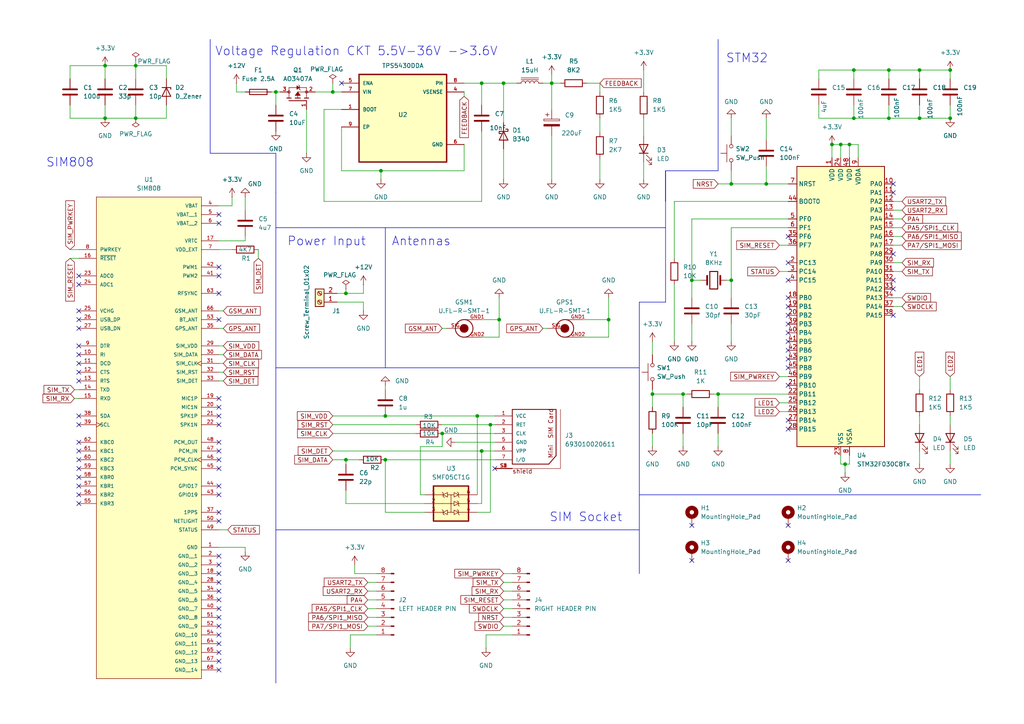
<source format=kicad_sch>
(kicad_sch (version 20250114) (generator "eeschema") (generator_version "9.0")
  (paper "A4")
  (title_block (title "STM32 GPS Tracker") (company "AMIT DESAI"))
  (lib_symbols
    (symbol "693010020611:693010020611" (pin_names (offset 1.016))
      (property "Reference" "J" (at 0 8.255 0))
      (property "Value" "693010020611" (at 0 -13.97 0))
      (symbol "693010020611_0_0"
        (text "shield" (at -7.62 -11.7 0) (effects (font (size 1.27 1.27)) (justify left bottom)))
        (text "Mini  SIM Card " (at 4.283 -7.212 900) (effects (font (size 1.27 1.27)) (justify left bottom)))
        (pin bidirectional line (at -12.7 5.08 0) (length 5.08) (name "VCC") (number "1"))
        (pin bidirectional line (at -12.7 2.54 0) (length 5.08) (name "RET") (number "2"))
        (pin bidirectional line (at -12.7 0 0) (length 5.08) (name "CLK") (number "3"))
        (pin bidirectional line (at -12.7 -2.54 0) (length 5.08) (name "GND") (number "5"))
        (pin bidirectional line (at -12.7 -5.08 0) (length 5.08) (name "VPP") (number "6"))
        (pin bidirectional line (at -12.7 -7.62 0) (length 5.08) (name "I/O") (number "7"))
        (pin bidirectional line (at -12.7 -10.16 0) (length 5.08) (name "~") (number "S1"))
        (pin bidirectional line (at -12.7 -10.16 0) (length 5.08) (name "~") (number "S2"))
        (pin bidirectional line (at -12.7 -10.16 0) (length 5.08) (name "~") (number "S3"))
        (pin bidirectional line (at -12.7 -10.16 0) (length 5.08) (name "~") (number "S4"))
      )
    )
    (symbol "AO3407A:AO3407A" (pin_names (offset 1.016))
      (property "Reference" "Q" (at -8.636 5.08 0))
      (property "Value" "AO3407A" (at -8.89 -6.35 0))
      (symbol "AO3407A_0_0"
        (pin passive line (at -2.54 2.54 0) (length 2.54) (name "~") (number "1"))
        (pin passive line (at 2.54 5.08 270) (length 2.54) (name "~") (number "2"))
        (pin passive line (at 2.54 -5.08 90) (length 2.54) (name "~") (number "3"))
      )
    )
    (symbol "Connector:Conn_01x08_Pin" (pin_names (offset 1.016) (hide yes))
      (property "Reference" "J" (at 0 10.16 0))
      (property "Value" "Conn_01x08_Pin" (at 0 -12.7 0))
      (symbol "Conn_01x08_Pin_1_1"
        (pin passive line (at 5.08 7.62 180) (length 3.81) (name "Pin_1") (number "1"))
        (pin passive line (at 5.08 5.08 180) (length 3.81) (name "Pin_2") (number "2"))
        (pin passive line (at 5.08 2.54 180) (length 3.81) (name "Pin_3") (number "3"))
        (pin passive line (at 5.08 0 180) (length 3.81) (name "Pin_4") (number "4"))
        (pin passive line (at 5.08 -2.54 180) (length 3.81) (name "Pin_5") (number "5"))
        (pin passive line (at 5.08 -5.08 180) (length 3.81) (name "Pin_6") (number "6"))
        (pin passive line (at 5.08 -7.62 180) (length 3.81) (name "Pin_7") (number "7"))
        (pin passive line (at 5.08 -10.16 180) (length 3.81) (name "Pin_8") (number "8"))
      )
    )
    (symbol "Connector:Screw_Terminal_01x02" (pin_names (offset 1.016) (hide yes))
      (property "Reference" "J" (at 0 2.54 0))
      (property "Value" "Screw_Terminal_01x02" (at 0 -5.08 0))
      (symbol "Screw_Terminal_01x02_1_1"
        (pin passive line (at -5.08 0 0) (length 3.81) (name "Pin_1") (number "1"))
        (pin passive line (at -5.08 -2.54 0) (length 3.81) (name "Pin_2") (number "2"))
      )
    )
    (symbol "Device:C" (pin_numbers (hide yes)) (pin_names (offset 0.254))
      (property "Reference" "C" (at 0.635 2.54 0))
      (property "Value" "C" (at 0.635 -2.54 0))
      (symbol "C_1_1"
        (pin passive line (at 0 3.81 270) (length 2.794) (name "~") (number "1"))
        (pin passive line (at 0 -3.81 90) (length 2.794) (name "~") (number "2"))
      )
    )
    (symbol "Device:C_Polarized" (pin_numbers (hide yes)) (pin_names (offset 0.254))
      (property "Reference" "C" (at 0.635 2.54 0))
      (property "Value" "C_Polarized" (at 0.635 -2.54 0))
      (symbol "C_Polarized_1_1"
        (pin passive line (at 0 3.81 270) (length 2.794) (name "~") (number "1"))
        (pin passive line (at 0 -3.81 90) (length 2.794) (name "~") (number "2"))
      )
    )
    (symbol "Device:Crystal" (pin_numbers (hide yes)) (pin_names (offset 1.016) (hide yes))
      (property "Reference" "Y" (at 0 3.81 0))
      (property "Value" "Crystal" (at 0 -3.81 0))
      (symbol "Crystal_1_1"
        (pin passive line (at -3.81 0 0) (length 1.27) (name "1") (number "1"))
        (pin passive line (at 3.81 0 180) (length 1.27) (name "2") (number "2"))
      )
    )
    (symbol "Device:D_Zener" (pin_numbers (hide yes)) (pin_names (offset 1.016) (hide yes))
      (property "Reference" "D" (at 0 2.54 0))
      (property "Value" "D_Zener" (at 0 -2.54 0))
      (symbol "D_Zener_1_1"
        (pin passive line (at -3.81 0 0) (length 2.54) (name "K") (number "1"))
        (pin passive line (at 3.81 0 180) (length 2.54) (name "A") (number "2"))
      )
    )
    (symbol "Device:Fuse" (pin_numbers (hide yes)) (pin_names (offset 0))
      (property "Reference" "F" (at 2.032 0 90))
      (property "Value" "Fuse" (at -1.905 0 90))
      (symbol "Fuse_1_1"
        (pin passive line (at 0 3.81 270) (length 1.27) (name "~") (number "1"))
        (pin passive line (at 0 -3.81 90) (length 1.27) (name "~") (number "2"))
      )
    )
    (symbol "Device:LED" (pin_numbers (hide yes)) (pin_names (offset 1.016) (hide yes))
      (property "Reference" "D" (at 0 2.54 0))
      (property "Value" "LED" (at 0 -2.54 0))
      (symbol "LED_1_1"
        (pin passive line (at -3.81 0 0) (length 2.54) (name "K") (number "1"))
        (pin passive line (at 3.81 0 180) (length 2.54) (name "A") (number "2"))
      )
    )
    (symbol "Device:L_Iron" (pin_numbers (hide yes)) (pin_names (offset 1.016) (hide yes))
      (property "Reference" "L" (at -1.27 0 90))
      (property "Value" "L_Iron" (at 2.794 0 90))
      (symbol "L_Iron_1_1"
        (pin passive line (at 0 3.81 270) (length 1.27) (name "1") (number "1"))
        (pin passive line (at 0 -3.81 90) (length 1.27) (name "2") (number "2"))
      )
    )
    (symbol "Device:R" (pin_numbers (hide yes)) (pin_names (offset 0))
      (property "Reference" "R" (at 2.032 0 90))
      (property "Value" "R" (at 0 0 90))
      (symbol "R_1_1"
        (pin passive line (at 0 3.81 270) (length 1.27) (name "~") (number "1"))
        (pin passive line (at 0 -3.81 90) (length 1.27) (name "~") (number "2"))
      )
    )
    (symbol "Diode:B340" (pin_numbers (hide yes)) (pin_names (offset 1.016) (hide yes))
      (property "Reference" "D" (at 0 2.54 0))
      (property "Value" "B340" (at 0 -2.54 0))
      (symbol "B340_1_1"
        (pin passive line (at -3.81 0 0) (length 2.54) (name "K") (number "1"))
        (pin passive line (at 3.81 0 180) (length 2.54) (name "A") (number "2"))
      )
    )
    (symbol "MCU_ST_STM32F0:STM32F030C8Tx"
      (property "Reference" "U" (at -12.7 41.91 0))
      (property "Value" "STM32F030C8Tx" (at 7.62 41.91 0))
      (symbol "STM32F030C8Tx_1_1"
        (pin input line (at -15.24 35.56 0) (length 2.54) (name "NRST") (number "7"))
        (pin input line (at -15.24 30.48 0) (length 2.54) (name "BOOT0") (number "44"))
        (pin bidirectional line (at -15.24 25.4 0) (length 2.54) (name "PF0") (number "5"))
        (pin bidirectional line (at -15.24 22.86 0) (length 2.54) (name "PF1") (number "6"))
        (pin bidirectional line (at -15.24 20.32 0) (length 2.54) (name "PF6") (number "35"))
        (pin bidirectional line (at -15.24 17.78 0) (length 2.54) (name "PF7") (number "36"))
        (pin bidirectional line (at -15.24 12.7 0) (length 2.54) (name "PC13") (number "2"))
        (pin bidirectional line (at -15.24 10.16 0) (length 2.54) (name "PC14") (number "3"))
        (pin bidirectional line (at -15.24 7.62 0) (length 2.54) (name "PC15") (number "4"))
        (pin bidirectional line (at -15.24 2.54 0) (length 2.54) (name "PB0") (number "18"))
        (pin bidirectional line (at -15.24 0 0) (length 2.54) (name "PB1") (number "19"))
        (pin bidirectional line (at -15.24 -2.54 0) (length 2.54) (name "PB2") (number "20"))
        (pin bidirectional line (at -15.24 -5.08 0) (length 2.54) (name "PB3") (number "39"))
        (pin bidirectional line (at -15.24 -7.62 0) (length 2.54) (name "PB4") (number "40"))
        (pin bidirectional line (at -15.24 -10.16 0) (length 2.54) (name "PB5") (number "41"))
        (pin bidirectional line (at -15.24 -12.7 0) (length 2.54) (name "PB6") (number "42"))
        (pin bidirectional line (at -15.24 -15.24 0) (length 2.54) (name "PB7") (number "43"))
        (pin bidirectional line (at -15.24 -17.78 0) (length 2.54) (name "PB8") (number "45"))
        (pin bidirectional line (at -15.24 -20.32 0) (length 2.54) (name "PB9") (number "46"))
        (pin bidirectional line (at -15.24 -22.86 0) (length 2.54) (name "PB10") (number "21"))
        (pin bidirectional line (at -15.24 -25.4 0) (length 2.54) (name "PB11") (number "22"))
        (pin bidirectional line (at -15.24 -27.94 0) (length 2.54) (name "PB12") (number "25"))
        (pin bidirectional line (at -15.24 -30.48 0) (length 2.54) (name "PB13") (number "26"))
        (pin bidirectional line (at -15.24 -33.02 0) (length 2.54) (name "PB14") (number "27"))
        (pin bidirectional line (at -15.24 -35.56 0) (length 2.54) (name "PB15") (number "28"))
        (pin power_in line (at -2.54 43.18 270) (length 2.54) (name "VDD") (number "1"))
        (pin power_in line (at 0 43.18 270) (length 2.54) (name "VDD") (number "24"))
        (pin power_in line (at 0 -43.18 90) (length 2.54) (name "VSS") (number "23"))
        (pin passive line (at 0 -43.18 90) (length 2.54) (hide yes) (name "VSS") (number "47"))
        (pin power_in line (at 2.54 43.18 270) (length 2.54) (name "VDD") (number "48"))
        (pin power_in line (at 2.54 -43.18 90) (length 2.54) (name "VSSA") (number "8"))
        (pin power_in line (at 5.08 43.18 270) (length 2.54) (name "VDDA") (number "9"))
        (pin bidirectional line (at 15.24 35.56 180) (length 2.54) (name "PA0") (number "10"))
        (pin bidirectional line (at 15.24 33.02 180) (length 2.54) (name "PA1") (number "11"))
        (pin bidirectional line (at 15.24 30.48 180) (length 2.54) (name "PA2") (number "12"))
        (pin bidirectional line (at 15.24 27.94 180) (length 2.54) (name "PA3") (number "13"))
        (pin bidirectional line (at 15.24 25.4 180) (length 2.54) (name "PA4") (number "14"))
        (pin bidirectional line (at 15.24 22.86 180) (length 2.54) (name "PA5") (number "15"))
        (pin bidirectional line (at 15.24 20.32 180) (length 2.54) (name "PA6") (number "16"))
        (pin bidirectional line (at 15.24 17.78 180) (length 2.54) (name "PA7") (number "17"))
        (pin bidirectional line (at 15.24 15.24 180) (length 2.54) (name "PA8") (number "29"))
        (pin bidirectional line (at 15.24 12.7 180) (length 2.54) (name "PA9") (number "30"))
        (pin bidirectional line (at 15.24 10.16 180) (length 2.54) (name "PA10") (number "31"))
        (pin bidirectional line (at 15.24 7.62 180) (length 2.54) (name "PA11") (number "32"))
        (pin bidirectional line (at 15.24 5.08 180) (length 2.54) (name "PA12") (number "33"))
        (pin bidirectional line (at 15.24 2.54 180) (length 2.54) (name "PA13") (number "34"))
        (pin bidirectional line (at 15.24 0 180) (length 2.54) (name "PA14") (number "37"))
        (pin bidirectional line (at 15.24 -2.54 180) (length 2.54) (name "PA15") (number "38"))
      )
    )
    (symbol "Mechanical:MountingHole_Pad" (pin_numbers (hide yes)) (pin_names (offset 1.016) (hide yes)) (in_bom no)
      (property "Reference" "H" (at 0 6.35 0))
      (property "Value" "MountingHole_Pad" (at 0 4.445 0))
      (symbol "MountingHole_Pad_1_1"
        (pin input line (at 0 -2.54 90) (length 2.54) (name "1") (number "1"))
      )
    )
    (symbol "SIM808:SIM808" (pin_names (offset 1.016))
      (property "Reference" "U" (at -15.24 49.022 0))
      (property "Value" "SIM808" (at -15.24 -93.98 0))
      (symbol "SIM808_0_0"
        (pin input line (at -20.32 33.02 0) (length 5.08) (name "PWRKEY") (number "8"))
        (pin input line (at -20.32 30.48 0) (length 5.08) (name "~{RESET}") (number "16"))
        (pin input line (at -20.32 25.4 0) (length 5.08) (name "ADC0") (number "23"))
        (pin input line (at -20.32 22.86 0) (length 5.08) (name "ADC1") (number "24"))
        (pin input line (at -20.32 15.24 0) (length 5.08) (name "VCHG") (number "25"))
        (pin bidirectional line (at -20.32 12.7 0) (length 5.08) (name "USB_DP") (number "26"))
        (pin bidirectional line (at -20.32 10.16 0) (length 5.08) (name "USB_DN") (number "27"))
        (pin input line (at -20.32 5.08 0) (length 5.08) (name "DTR") (number "9"))
        (pin output line (at -20.32 2.54 0) (length 5.08) (name "RI") (number "10"))
        (pin output line (at -20.32 0 0) (length 5.08) (name "DCD") (number "11"))
        (pin output line (at -20.32 -2.54 0) (length 5.08) (name "CTS") (number "12"))
        (pin input line (at -20.32 -5.08 0) (length 5.08) (name "RTS") (number "13"))
        (pin output line (at -20.32 -7.62 0) (length 5.08) (name "TXD") (number "14"))
        (pin input line (at -20.32 -10.16 0) (length 5.08) (name "RXD") (number "15"))
        (pin bidirectional line (at -20.32 -15.24 0) (length 5.08) (name "SDA") (number "38"))
        (pin input clock (at -20.32 -17.78 0) (length 5.08) (name "SCL") (number "39"))
        (pin input line (at -20.32 -22.86 0) (length 5.08) (name "KBC0") (number "62"))
        (pin input line (at -20.32 -25.4 0) (length 5.08) (name "KBC1") (number "61"))
        (pin input line (at -20.32 -27.94 0) (length 5.08) (name "KBC2") (number "60"))
        (pin input line (at -20.32 -30.48 0) (length 5.08) (name "KBC3") (number "59"))
        (pin output line (at -20.32 -33.02 0) (length 5.08) (name "KBR0") (number "58"))
        (pin output line (at -20.32 -35.56 0) (length 5.08) (name "KBR1") (number "57"))
        (pin output line (at -20.32 -38.1 0) (length 5.08) (name "KBR2") (number "56"))
        (pin output line (at -20.32 -40.64 0) (length 5.08) (name "KBR3") (number "55"))
        (pin power_in line (at 20.32 45.72 180) (length 5.08) (name "VBAT") (number "4"))
        (pin power_in line (at 20.32 43.18 180) (length 5.08) (name "VBAT__1") (number "5"))
        (pin power_in line (at 20.32 40.64 180) (length 5.08) (name "VBAT__2") (number "6"))
        (pin bidirectional line (at 20.32 35.56 180) (length 5.08) (name "VRTC") (number "17"))
        (pin output line (at 20.32 33.02 180) (length 5.08) (name "VDD_EXT") (number "7"))
        (pin output line (at 20.32 27.94 180) (length 5.08) (name "PWM1") (number "42"))
        (pin output line (at 20.32 25.4 180) (length 5.08) (name "PWM2") (number "41"))
        (pin output line (at 20.32 20.32 180) (length 5.08) (name "RFSYNC") (number "63"))
        (pin bidirectional line (at 20.32 15.24 180) (length 5.08) (name "GSM_ANT") (number "66"))
        (pin bidirectional line (at 20.32 12.7 180) (length 5.08) (name "BT_ANT") (number "53"))
        (pin input line (at 20.32 10.16 180) (length 5.08) (name "GPS_ANT") (number "35"))
        (pin output line (at 20.32 5.08 180) (length 5.08) (name "SIM_VDD") (number "29"))
        (pin bidirectional line (at 20.32 2.54 180) (length 5.08) (name "SIM_DATA") (number "30"))
        (pin output clock (at 20.32 0 180) (length 5.08) (name "SIM_CLK") (number "31"))
        (pin output line (at 20.32 -2.54 180) (length 5.08) (name "SIM_RST") (number "32"))
        (pin input line (at 20.32 -5.08 180) (length 5.08) (name "SIM_DET") (number "33"))
        (pin input line (at 20.32 -10.16 180) (length 5.08) (name "MIC1P") (number "19"))
        (pin input line (at 20.32 -12.7 180) (length 5.08) (name "MIC1N") (number "20"))
        (pin output line (at 20.32 -15.24 180) (length 5.08) (name "SPK1P") (number "21"))
        (pin output line (at 20.32 -17.78 180) (length 5.08) (name "SPK1N") (number "22"))
        (pin output line (at 20.32 -22.86 180) (length 5.08) (name "PCM_OUT") (number "48"))
        (pin input line (at 20.32 -25.4 180) (length 5.08) (name "PCM_IN") (number "47"))
        (pin input clock (at 20.32 -27.94 180) (length 5.08) (name "PCM_CLK") (number "46"))
        (pin output line (at 20.32 -30.48 180) (length 5.08) (name "PCM_SYNC") (number "45"))
        (pin bidirectional line (at 20.32 -35.56 180) (length 5.08) (name "GPIO17") (number "44"))
        (pin bidirectional line (at 20.32 -38.1 180) (length 5.08) (name "GPIO19") (number "43"))
        (pin output line (at 20.32 -43.18 180) (length 5.08) (name "1PPS") (number "37"))
        (pin output line (at 20.32 -45.72 180) (length 5.08) (name "NETLIGHT") (number "50"))
        (pin output line (at 20.32 -48.26 180) (length 5.08) (name "STATUS") (number "49"))
        (pin power_in line (at 20.32 -53.34 180) (length 5.08) (name "GND") (number "1"))
        (pin power_in line (at 20.32 -55.88 180) (length 5.08) (name "GND__1") (number "2"))
        (pin power_in line (at 20.32 -58.42 180) (length 5.08) (name "GND__2") (number "3"))
        (pin power_in line (at 20.32 -60.96 180) (length 5.08) (name "GND__3") (number "18"))
        (pin power_in line (at 20.32 -63.5 180) (length 5.08) (name "GND__4") (number "28"))
        (pin power_in line (at 20.32 -66.04 180) (length 5.08) (name "GND__5") (number "34"))
        (pin power_in line (at 20.32 -68.58 180) (length 5.08) (name "GND__6") (number "36"))
        (pin power_in line (at 20.32 -71.12 180) (length 5.08) (name "GND__7") (number "40"))
        (pin power_in line (at 20.32 -73.66 180) (length 5.08) (name "GND__8") (number "51"))
        (pin power_in line (at 20.32 -76.2 180) (length 5.08) (name "GND__9") (number "52"))
        (pin power_in line (at 20.32 -78.74 180) (length 5.08) (name "GND__10") (number "54"))
        (pin power_in line (at 20.32 -81.28 180) (length 5.08) (name "GND__11") (number "64"))
        (pin power_in line (at 20.32 -83.82 180) (length 5.08) (name "GND__12") (number "65"))
        (pin power_in line (at 20.32 -86.36 180) (length 5.08) (name "GND__13") (number "67"))
        (pin power_in line (at 20.32 -88.9 180) (length 5.08) (name "GND__14") (number "68"))
      )
    )
    (symbol "SMF05CT1G:SMF05CT1G" (pin_names (offset 1.016))
      (property "Reference" "U" (at -5.1114 6.0907 0))
      (property "Value" "SMF05CT1G" (at -5.1118 -9.0963 0))
      (symbol "SMF05CT1G_0_0"
        (pin passive line (at -7.62 2.54 0) (length 5.08) (name "~") (number "1"))
        (pin passive line (at -7.62 0 0) (length 5.08) (name "~") (number "2"))
        (pin passive line (at -7.62 -2.54 0) (length 5.08) (name "~") (number "3"))
        (pin passive line (at 7.62 2.54 180) (length 5.08) (name "~") (number "6"))
        (pin passive line (at 7.62 0 180) (length 5.08) (name "~") (number "5"))
        (pin passive line (at 7.62 -2.54 180) (length 5.08) (name "~") (number "4"))
      )
    )
    (symbol "Switch:SW_Push" (pin_numbers (hide yes)) (pin_names (offset 1.016) (hide yes))
      (property "Reference" "SW" (at 1.27 2.54 0))
      (property "Value" "SW_Push" (at 0 -1.524 0))
      (symbol "SW_Push_0_1"
        (pin passive line (at -5.08 0 0) (length 2.54) (name "1") (number "1"))
        (pin passive line (at 5.08 0 180) (length 2.54) (name "2") (number "2"))
      )
    )
    (symbol "TPS5430DDA:TPS5430DDA" (pin_names (offset 1.016))
      (property "Reference" "U" (at -12.7 13.7 0))
      (property "Value" "TPS5430DDA" (at -12.7 -16.7 0))
      (symbol "TPS5430DDA_0_0"
        (pin input line (at -17.78 10.16 0) (length 5.08) (name "ENA") (number "5"))
        (pin input line (at -17.78 7.62 0) (length 5.08) (name "VIN") (number "7"))
        (pin bidirectional line (at -17.78 2.54 0) (length 5.08) (name "BOOT") (number "1"))
        (pin bidirectional line (at -17.78 -2.54 0) (length 5.08) (name "EP") (number "9"))
        (pin output line (at 17.78 10.16 180) (length 5.08) (name "PH") (number "8"))
        (pin output line (at 17.78 7.62 180) (length 5.08) (name "VSENSE") (number "4"))
        (pin power_in line (at 17.78 -7.62 180) (length 5.08) (name "GND") (number "6"))
      )
    )
    (symbol "U.FL-R-SMT-1:U.FL-R-SMT-1" (pin_names (offset 1.016))
      (property "Reference" "ANT" (at -2.54 5.08 0))
      (property "Value" "U.FL-R-SMT-1" (at -2.54 -6.096 0))
      (symbol "U.FL-R-SMT-1_0_0"
        (pin bidirectional line (at -5.08 0 0) (length 5.08) (name "~") (number "SIG"))
        (pin bidirectional line (at 5.08 2.54 180) (length 2.54) (name "~") (number "GND1"))
        (pin bidirectional line (at 5.08 -2.54 180) (length 2.54) (name "~") (number "GND2"))
      )
    )
    (symbol "power:+12V" (power) (pin_numbers (hide yes)) (pin_names (offset 0) (hide yes))
      (property "Value" "+12V" (at 0 3.556 0))
      (symbol "+12V_1_1"
        (pin power_in line (at 0 0 90) (length 0) (name "~") (number "1"))
      )
    )
    (symbol "power:+3.3V" (power) (pin_numbers (hide yes)) (pin_names (offset 0) (hide yes))
      (property "Value" "+3.3V" (at 0 3.556 0))
      (symbol "+3.3V_1_1"
        (pin power_in line (at 0 0 90) (length 0) (name "~") (number "1"))
      )
    )
    (symbol "power:GND" (power) (pin_numbers (hide yes)) (pin_names (offset 0) (hide yes))
      (property "Value" "GND" (at 0 -3.81 0))
      (symbol "GND_1_1"
        (pin power_in line (at 0 0 270) (length 0) (name "~") (number "1"))
      )
    )
    (symbol "power:PWR_FLAG" (power) (pin_numbers (hide yes)) (pin_names (offset 0) (hide yes))
      (property "Value" "PWR_FLAG" (at 0 3.81 0))
      (symbol "PWR_FLAG_0_0"
        (pin power_out line (at 0 0 90) (length 0) (name "~") (number "1"))
      )
    )
  )
  (text "Antennas" (at 122.174 70.104 0) (effects (font (size 2.54 2.54))))
  (text "SIM Socket" (at 169.926 150.114 0) (effects (font (size 2.54 2.54))))
  (text "SIM808" (at 20.32 47.244 0) (effects (font (size 2.54 2.54))))
  (text "STM32" (at 216.662 17.018 0) (effects (font (size 2.54 2.54))))
  (text "Voltage Regulation CKT 5.5V-36V ->3.6V" (at 103.378 14.986 0) (effects (font (size 2.54 2.54))))
  (text "Power Input" (at 94.742 70.104 0) (effects (font (size 2.54 2.54))))
  (junction (at 212.09 81.28))
  (junction (at 80.01 26.67))
  (junction (at 100.33 133.35))
  (junction (at 160.02 24.13))
  (junction (at 111.76 120.65))
  (junction (at 266.7 20.32))
  (junction (at 39.37 34.29))
  (junction (at 30.48 34.29))
  (junction (at 241.3 41.91))
  (junction (at 96.52 26.67))
  (junction (at 247.65 34.29))
  (junction (at 30.48 19.05))
  (junction (at 200.66 81.28))
  (junction (at 146.05 24.13))
  (junction (at 245.11 134.62))
  (junction (at 212.09 53.34))
  (junction (at 189.23 114.3))
  (junction (at 176.53 92.71))
  (junction (at 275.59 34.29))
  (junction (at 243.84 41.91))
  (junction (at 198.12 114.3))
  (junction (at 142.24 123.19))
  (junction (at 144.78 92.71))
  (junction (at 111.76 133.35))
  (junction (at 257.81 34.29))
  (junction (at 128.27 125.73))
  (junction (at 246.38 41.91))
  (junction (at 139.7 130.81))
  (junction (at 222.25 53.34))
  (junction (at 39.37 19.05))
  (junction (at 100.33 85.09))
  (junction (at 275.59 20.32))
  (junction (at 110.49 49.53))
  (junction (at 139.7 24.13))
  (junction (at 266.7 34.29))
  (junction (at 208.28 114.3))
  (junction (at 257.81 20.32))
  (junction (at 247.65 20.32))
  (junction (at 138.43 120.65))
  (no_connect (at 63.5 184.15))
  (no_connect (at 22.86 128.27))
  (no_connect (at 259.08 55.88))
  (no_connect (at 22.86 130.81))
  (no_connect (at 228.6 93.98))
  (no_connect (at 63.5 168.91))
  (no_connect (at 63.5 166.37))
  (no_connect (at 63.5 130.81))
  (no_connect (at 228.6 162.56))
  (no_connect (at 143.51 135.89))
  (no_connect (at 228.6 81.28))
  (no_connect (at 22.86 143.51))
  (no_connect (at 63.5 151.13))
  (no_connect (at 22.86 110.49))
  (no_connect (at 228.6 111.76))
  (no_connect (at 63.5 181.61))
  (no_connect (at 228.6 124.46))
  (no_connect (at 259.08 53.34))
  (no_connect (at 22.86 140.97))
  (no_connect (at 228.6 68.58))
  (no_connect (at 63.5 179.07))
  (no_connect (at 63.5 171.45))
  (no_connect (at 22.86 133.35))
  (no_connect (at 22.86 120.65))
  (no_connect (at 63.5 77.47))
  (no_connect (at 63.5 123.19))
  (no_connect (at 228.6 152.4))
  (no_connect (at 63.5 191.77))
  (no_connect (at 63.5 120.65))
  (no_connect (at 63.5 173.99))
  (no_connect (at 63.5 64.77))
  (no_connect (at 228.6 91.44))
  (no_connect (at 22.86 146.05))
  (no_connect (at 200.66 152.4))
  (no_connect (at 22.86 102.87))
  (no_connect (at 63.5 140.97))
  (no_connect (at 22.86 138.43))
  (no_connect (at 22.86 95.25))
  (no_connect (at 228.6 86.36))
  (no_connect (at 63.5 176.53))
  (no_connect (at 200.66 162.56))
  (no_connect (at 259.08 83.82))
  (no_connect (at 228.6 121.92))
  (no_connect (at 22.86 100.33))
  (no_connect (at 228.6 104.14))
  (no_connect (at 22.86 80.01))
  (no_connect (at 22.86 135.89))
  (no_connect (at 63.5 115.57))
  (no_connect (at 259.08 81.28))
  (no_connect (at 63.5 163.83))
  (no_connect (at 63.5 186.69))
  (no_connect (at 99.06 24.13))
  (no_connect (at 22.86 92.71))
  (no_connect (at 228.6 101.6))
  (no_connect (at 63.5 135.89))
  (no_connect (at 228.6 96.52))
  (no_connect (at 63.5 133.35))
  (no_connect (at 63.5 161.29))
  (no_connect (at 63.5 62.23))
  (no_connect (at 63.5 118.11))
  (no_connect (at 259.08 91.44))
  (no_connect (at 22.86 82.55))
  (no_connect (at 228.6 88.9))
  (no_connect (at 22.86 105.41))
  (no_connect (at 63.5 80.01))
  (no_connect (at 63.5 194.31))
  (no_connect (at 228.6 99.06))
  (no_connect (at 22.86 107.95))
  (no_connect (at 63.5 189.23))
  (no_connect (at 63.5 143.51))
  (no_connect (at 63.5 85.09))
  (no_connect (at 259.08 73.66))
  (no_connect (at 63.5 148.59))
  (no_connect (at 63.5 128.27))
  (no_connect (at 22.86 123.19))
  (no_connect (at 228.6 76.2))
  (no_connect (at 228.6 106.68))
  (no_connect (at 63.5 92.71))
  (no_connect (at 22.86 90.17))
  (wire (pts (xy 186.69 34.29) (xy 186.69 39.37)))
  (wire (pts (xy 186.69 46.99) (xy 186.69 52.07)))
  (wire (pts (xy 259.08 76.2) (xy 261.62 76.2)))
  (polyline (pts (xy 111.76 66.04) (xy 111.76 106.68)))
  (wire (pts (xy 21.59 115.57) (xy 22.86 115.57)))
  (wire (pts (xy 146.05 181.61) (xy 148.59 181.61)))
  (wire (pts (xy 257.81 30.48) (xy 257.81 34.29)))
  (wire (pts (xy 160.02 24.13) (xy 162.56 24.13)))
  (wire (pts (xy 128.27 123.19) (xy 142.24 123.19)))
  (polyline (pts (xy 185.42 143.51) (xy 185.42 166.37)))
  (wire (pts (xy 226.06 119.38) (xy 228.6 119.38)))
  (wire (pts (xy 237.49 20.32) (xy 247.65 20.32)))
  (wire (pts (xy 257.81 20.32) (xy 257.81 22.86)))
  (polyline (pts (xy 80.01 106.68) (xy 185.42 106.68)))
  (wire (pts (xy 63.5 72.39) (xy 67.31 72.39)))
  (wire (pts (xy 200.66 81.28) (xy 200.66 63.5)))
  (wire (pts (xy 139.7 58.42) (xy 139.7 38.1)))
  (wire (pts (xy 226.06 78.74) (xy 228.6 78.74)))
  (wire (pts (xy 71.12 158.75) (xy 71.12 160.02)))
  (wire (pts (xy 121.92 129.54) (xy 128.27 129.54)))
  (wire (pts (xy 99.06 49.53) (xy 110.49 49.53)))
  (wire (pts (xy 100.33 83.82) (xy 100.33 85.09)))
  (wire (pts (xy 266.7 34.29) (xy 275.59 34.29)))
  (wire (pts (xy 275.59 30.48) (xy 275.59 34.29)))
  (wire (pts (xy 243.84 41.91) (xy 246.38 41.91)))
  (wire (pts (xy 78.74 26.67) (xy 80.01 26.67)))
  (wire (pts (xy 200.66 63.5) (xy 228.6 63.5)))
  (wire (pts (xy 68.58 26.67) (xy 71.12 26.67)))
  (polyline (pts (xy 193.04 87.63) (xy 193.04 49.53)))
  (wire (pts (xy 266.7 109.22) (xy 266.7 113.03)))
  (wire (pts (xy 176.53 97.79) (xy 176.53 92.71)))
  (wire (pts (xy 173.99 24.13) (xy 173.99 26.67)))
  (polyline (pts (xy 193.04 49.53) (xy 208.28 49.53)))
  (wire (pts (xy 259.08 68.58) (xy 261.62 68.58)))
  (wire (pts (xy 212.09 34.29) (xy 212.09 39.37)))
  (wire (pts (xy 102.87 166.37) (xy 109.22 166.37)))
  (polyline (pts (xy 185.42 87.63) (xy 185.42 143.51)))
  (wire (pts (xy 63.5 105.41) (xy 64.77 105.41)))
  (wire (pts (xy 106.68 176.53) (xy 109.22 176.53)))
  (wire (pts (xy 71.12 68.58) (xy 71.12 69.85)))
  (wire (pts (xy 200.66 86.36) (xy 200.66 81.28)))
  (wire (pts (xy 189.23 99.06) (xy 189.23 102.87)))
  (wire (pts (xy 222.25 53.34) (xy 228.6 53.34)))
  (wire (pts (xy 110.49 49.53) (xy 110.49 52.07)))
  (wire (pts (xy 105.41 87.63) (xy 105.41 90.17)))
  (wire (pts (xy 88.9 31.75) (xy 88.9 44.45)))
  (wire (pts (xy 222.25 34.29) (xy 222.25 40.64)))
  (polyline (pts (xy 80.01 153.67) (xy 80.01 106.68)))
  (polyline (pts (xy 284.48 143.51) (xy 185.42 143.51)))
  (wire (pts (xy 189.23 114.3) (xy 198.12 114.3)))
  (wire (pts (xy 30.48 19.05) (xy 30.48 22.86)))
  (wire (pts (xy 21.59 113.03) (xy 22.86 113.03)))
  (wire (pts (xy 139.7 130.81) (xy 143.51 130.81)))
  (wire (pts (xy 160.02 24.13) (xy 160.02 31.75)))
  (wire (pts (xy 96.52 125.73) (xy 120.65 125.73)))
  (wire (pts (xy 146.05 176.53) (xy 148.59 176.53)))
  (wire (pts (xy 198.12 125.73) (xy 198.12 129.54)))
  (wire (pts (xy 20.32 22.86) (xy 20.32 19.05)))
  (wire (pts (xy 20.32 19.05) (xy 30.48 19.05)))
  (polyline (pts (xy 80.01 153.67) (xy 185.42 153.67)))
  (wire (pts (xy 257.81 34.29) (xy 266.7 34.29)))
  (wire (pts (xy 134.62 24.13) (xy 139.7 24.13)))
  (wire (pts (xy 173.99 45.997) (xy 173.99 52.07)))
  (wire (pts (xy 106.68 173.99) (xy 109.22 173.99)))
  (wire (pts (xy 139.7 146.05) (xy 139.7 130.81)))
  (wire (pts (xy 226.06 71.12) (xy 228.6 71.12)))
  (wire (pts (xy 146.05 168.91) (xy 148.59 168.91)))
  (wire (pts (xy 212.09 81.28) (xy 212.09 86.36)))
  (wire (pts (xy 243.84 134.62) (xy 245.11 134.62)))
  (polyline (pts (xy 80.01 44.45) (xy 60.96 44.45)))
  (wire (pts (xy 39.37 34.29) (xy 48.26 34.29)))
  (wire (pts (xy 248.92 41.91) (xy 248.92 45.72)))
  (wire (pts (xy 139.7 24.13) (xy 146.05 24.13)))
  (wire (pts (xy 247.65 20.32) (xy 257.81 20.32)))
  (wire (pts (xy 121.92 143.51) (xy 121.92 129.54)))
  (wire (pts (xy 228.6 66.04) (xy 212.09 66.04)))
  (wire (pts (xy 20.32 30.48) (xy 20.32 34.29)))
  (wire (pts (xy 134.62 49.53) (xy 134.62 41.91)))
  (wire (pts (xy 142.24 148.59) (xy 142.24 123.19)))
  (wire (pts (xy 138.43 148.59) (xy 142.24 148.59)))
  (wire (pts (xy 208.28 53.34) (xy 212.09 53.34)))
  (wire (pts (xy 110.49 49.53) (xy 134.62 49.53)))
  (wire (pts (xy 68.58 24.13) (xy 68.58 26.67)))
  (polyline (pts (xy 185.42 87.63) (xy 193.04 87.63)))
  (wire (pts (xy 100.33 133.35) (xy 104.14 133.35)))
  (wire (pts (xy 157.48 95.25) (xy 158.75 95.25)))
  (wire (pts (xy 63.5 107.95) (xy 64.77 107.95)))
  (wire (pts (xy 111.76 148.59) (xy 111.76 133.35)))
  (wire (pts (xy 63.5 95.25) (xy 64.77 95.25)))
  (wire (pts (xy 106.68 181.61) (xy 109.22 181.61)))
  (wire (pts (xy 210.82 81.28) (xy 212.09 81.28)))
  (wire (pts (xy 195.58 82.55) (xy 195.58 99.06)))
  (polyline (pts (xy 80.01 66.04) (xy 193.04 66.04)))
  (wire (pts (xy 139.7 30.48) (xy 139.7 24.13)))
  (wire (pts (xy 138.43 120.65) (xy 138.43 143.51)))
  (wire (pts (xy 146.05 24.13) (xy 146.05 35.56)))
  (wire (pts (xy 96.52 24.13) (xy 96.52 26.67)))
  (wire (pts (xy 266.7 20.32) (xy 275.59 20.32)))
  (wire (pts (xy 198.12 114.3) (xy 199.39 114.3)))
  (wire (pts (xy 63.5 102.87) (xy 64.77 102.87)))
  (wire (pts (xy 266.7 120.65) (xy 266.7 123.19)))
  (wire (pts (xy 80.01 26.67) (xy 80.01 30.48)))
  (wire (pts (xy 100.33 146.05) (xy 123.19 146.05)))
  (wire (pts (xy 139.7 92.71) (xy 144.78 92.71)))
  (wire (pts (xy 189.23 113.03) (xy 189.23 114.3)))
  (wire (pts (xy 275.59 20.32) (xy 275.59 22.86)))
  (wire (pts (xy 186.69 20.32) (xy 186.69 26.67)))
  (wire (pts (xy 259.08 86.36) (xy 261.62 86.36)))
  (wire (pts (xy 189.23 125.73) (xy 189.23 129.54)))
  (polyline (pts (xy 193.04 49.53) (xy 193.04 58.42)))
  (wire (pts (xy 246.38 134.62) (xy 246.38 132.08)))
  (wire (pts (xy 100.33 133.35) (xy 100.33 134.62)))
  (wire (pts (xy 208.28 125.73) (xy 208.28 129.54)))
  (wire (pts (xy 176.53 92.71) (xy 176.53 86.36)))
  (wire (pts (xy 168.91 97.79) (xy 176.53 97.79)))
  (wire (pts (xy 128.27 125.73) (xy 143.51 125.73)))
  (wire (pts (xy 146.05 24.13) (xy 149.86 24.13)))
  (wire (pts (xy 259.08 63.5) (xy 261.62 63.5)))
  (wire (pts (xy 212.09 53.34) (xy 222.25 53.34)))
  (polyline (pts (xy 208.28 49.53) (xy 208.28 11.43)))
  (wire (pts (xy 160.02 21.59) (xy 160.02 24.13)))
  (wire (pts (xy 48.26 19.05) (xy 48.26 22.86)))
  (wire (pts (xy 275.59 120.65) (xy 275.59 123.19)))
  (wire (pts (xy 246.38 41.91) (xy 248.92 41.91)))
  (wire (pts (xy 148.59 184.15) (xy 140.97 184.15)))
  (wire (pts (xy 168.91 92.71) (xy 176.53 92.71)))
  (wire (pts (xy 208.28 114.3) (xy 228.6 114.3)))
  (wire (pts (xy 259.08 78.74) (xy 261.62 78.74)))
  (wire (pts (xy 241.3 41.91) (xy 241.3 45.72)))
  (wire (pts (xy 111.76 113.03) (xy 111.76 111.76)))
  (wire (pts (xy 228.6 58.42) (xy 195.58 58.42)))
  (wire (pts (xy 237.49 34.29) (xy 247.65 34.29)))
  (wire (pts (xy 63.5 90.17) (xy 64.77 90.17)))
  (wire (pts (xy 241.3 41.91) (xy 243.84 41.91)))
  (wire (pts (xy 144.78 92.71) (xy 144.78 86.36)))
  (wire (pts (xy 101.6 184.15) (xy 101.6 187.96)))
  (wire (pts (xy 207.01 114.3) (xy 208.28 114.3)))
  (wire (pts (xy 39.37 19.05) (xy 39.37 22.86)))
  (wire (pts (xy 226.06 116.84) (xy 228.6 116.84)))
  (wire (pts (xy 106.68 168.91) (xy 109.22 168.91)))
  (wire (pts (xy 170.18 24.13) (xy 173.99 24.13)))
  (wire (pts (xy 39.37 19.05) (xy 48.26 19.05)))
  (wire (pts (xy 99.06 31.75) (xy 93.98 31.75)))
  (wire (pts (xy 246.38 41.91) (xy 246.38 45.72)))
  (wire (pts (xy 102.87 163.83) (xy 102.87 166.37)))
  (wire (pts (xy 266.7 30.48) (xy 266.7 34.29)))
  (wire (pts (xy 96.52 26.67) (xy 99.06 26.67)))
  (wire (pts (xy 247.65 20.32) (xy 247.65 22.86)))
  (wire (pts (xy 266.7 130.81) (xy 266.7 134.62)))
  (wire (pts (xy 30.48 19.05) (xy 39.37 19.05)))
  (wire (pts (xy 142.24 123.19) (xy 143.51 123.19)))
  (wire (pts (xy 39.37 30.48) (xy 39.37 34.29)))
  (wire (pts (xy 71.12 57.15) (xy 71.12 60.96)))
  (wire (pts (xy 146.05 43.18) (xy 146.05 52.07)))
  (wire (pts (xy 63.5 110.49) (xy 64.77 110.49)))
  (wire (pts (xy 243.84 132.08) (xy 243.84 134.62)))
  (wire (pts (xy 128.27 95.25) (xy 129.54 95.25)))
  (wire (pts (xy 212.09 49.53) (xy 212.09 53.34)))
  (wire (pts (xy 259.08 58.42) (xy 261.62 58.42)))
  (wire (pts (xy 146.05 179.07) (xy 148.59 179.07)))
  (wire (pts (xy 195.58 58.42) (xy 195.58 74.93)))
  (wire (pts (xy 200.66 93.98) (xy 200.66 99.06)))
  (wire (pts (xy 146.05 173.99) (xy 148.59 173.99)))
  (wire (pts (xy 128.27 129.54) (xy 128.27 125.73)))
  (wire (pts (xy 259.08 71.12) (xy 261.62 71.12)))
  (wire (pts (xy 132.08 128.27) (xy 143.51 128.27)))
  (wire (pts (xy 63.5 69.85) (xy 71.12 69.85)))
  (wire (pts (xy 106.68 171.45) (xy 109.22 171.45)))
  (wire (pts (xy 198.12 114.3) (xy 198.12 118.11)))
  (wire (pts (xy 157.48 24.13) (xy 160.02 24.13)))
  (wire (pts (xy 100.33 142.24) (xy 100.33 146.05)))
  (wire (pts (xy 138.43 120.65) (xy 143.51 120.65)))
  (wire (pts (xy 275.59 130.81) (xy 275.59 134.62)))
  (wire (pts (xy 109.22 184.15) (xy 101.6 184.15)))
  (wire (pts (xy 237.49 22.86) (xy 237.49 20.32)))
  (wire (pts (xy 200.66 81.28) (xy 203.2 81.28)))
  (wire (pts (xy 259.08 60.96) (xy 261.62 60.96)))
  (wire (pts (xy 222.25 48.26) (xy 222.25 53.34)))
  (wire (pts (xy 63.5 158.75) (xy 71.12 158.75)))
  (wire (pts (xy 105.41 85.09) (xy 105.41 82.55)))
  (wire (pts (xy 63.5 59.69) (xy 67.31 59.69)))
  (wire (pts (xy 212.09 93.98) (xy 212.09 99.06)))
  (wire (pts (xy 99.06 36.83) (xy 99.06 49.53)))
  (wire (pts (xy 48.26 34.29) (xy 48.26 30.48)))
  (wire (pts (xy 93.98 58.42) (xy 139.7 58.42)))
  (polyline (pts (xy 80.01 55.88) (xy 80.01 44.45)))
  (wire (pts (xy 134.62 26.67) (xy 134.62 27.94)))
  (wire (pts (xy 160.02 39.37) (xy 160.02 52.07)))
  (wire (pts (xy 97.79 85.09) (xy 100.33 85.09)))
  (wire (pts (xy 259.08 66.04) (xy 261.62 66.04)))
  (wire (pts (xy 275.59 109.22) (xy 275.59 113.03)))
  (wire (pts (xy 245.11 134.62) (xy 245.11 137.16)))
  (wire (pts (xy 247.65 34.29) (xy 257.81 34.29)))
  (wire (pts (xy 39.37 17.78) (xy 39.37 19.05)))
  (wire (pts (xy 140.97 184.15) (xy 140.97 187.96)))
  (wire (pts (xy 80.01 26.67) (xy 81.28 26.67)))
  (wire (pts (xy 111.76 148.59) (xy 123.19 148.59)))
  (wire (pts (xy 96.52 123.19) (xy 120.65 123.19)))
  (wire (pts (xy 100.33 85.09) (xy 105.41 85.09)))
  (wire (pts (xy 226.06 109.22) (xy 228.6 109.22)))
  (wire (pts (xy 63.5 153.67) (xy 66.04 153.67)))
  (wire (pts (xy 20.32 74.93) (xy 22.86 74.93)))
  (wire (pts (xy 146.05 166.37) (xy 148.59 166.37)))
  (wire (pts (xy 245.11 134.62) (xy 246.38 134.62)))
  (wire (pts (xy 30.48 34.29) (xy 39.37 34.29)))
  (wire (pts (xy 173.99 34.29) (xy 173.99 38.377)))
  (wire (pts (xy 146.05 171.45) (xy 148.59 171.45)))
  (wire (pts (xy 20.32 34.29) (xy 30.48 34.29)))
  (wire (pts (xy 266.7 20.32) (xy 266.7 22.86)))
  (wire (pts (xy 208.28 114.3) (xy 208.28 118.11)))
  (wire (pts (xy 123.19 143.51) (xy 121.92 143.51)))
  (wire (pts (xy 63.5 100.33) (xy 64.77 100.33)))
  (wire (pts (xy 212.09 66.04) (xy 212.09 81.28)))
  (wire (pts (xy 67.31 59.69) (xy 67.31 57.15)))
  (wire (pts (xy 111.76 133.35) (xy 143.51 133.35)))
  (wire (pts (xy 189.23 114.3) (xy 189.23 118.11)))
  (wire (pts (xy 96.52 133.35) (xy 100.33 133.35)))
  (wire (pts (xy 138.43 146.05) (xy 139.7 146.05)))
  (wire (pts (xy 111.76 120.65) (xy 138.43 120.65)))
  (wire (pts (xy 74.93 72.39) (xy 74.93 74.93)))
  (wire (pts (xy 106.68 179.07) (xy 109.22 179.07)))
  (polyline (pts (xy 80.01 55.88) (xy 80.01 106.68)))
  (polyline (pts (xy 80.01 153.67) (xy 80.01 198.12)))
  (wire (pts (xy 96.52 120.65) (xy 111.76 120.65)))
  (wire (pts (xy 97.79 87.63) (xy 105.41 87.63)))
  (wire (pts (xy 247.65 30.48) (xy 247.65 34.29)))
  (polyline (pts (xy 60.96 11.43) (xy 60.96 44.45)))
  (wire (pts (xy 257.81 20.32) (xy 266.7 20.32)))
  (wire (pts (xy 243.84 41.91) (xy 243.84 45.72)))
  (wire (pts (xy 144.78 97.79) (xy 144.78 92.71)))
  (wire (pts (xy 93.98 31.75) (xy 93.98 58.42)))
  (wire (pts (xy 237.49 30.48) (xy 237.49 34.29)))
  (wire (pts (xy 30.48 30.48) (xy 30.48 34.29)))
  (wire (pts (xy 91.44 26.67) (xy 96.52 26.67)))
  (wire (pts (xy 96.52 130.81) (xy 139.7 130.81)))
  (wire (pts (xy 20.32 72.39) (xy 22.86 72.39)))
  (wire (pts (xy 139.7 97.79) (xy 144.78 97.79)))
  (wire (pts (xy 259.08 88.9) (xy 261.62 88.9)))
  (global_label "LED2" (shape input) (at 226.06 119.38 180) (property "Intersheetrefs" "${INTERSHEET_REFS}" (effects (hide yes))))
  (global_label "SIM_TX" (shape input) (at 21.59 113.03 180) (property "Intersheetrefs" "${INTERSHEET_REFS}" (effects (hide yes))))
  (global_label "NRST" (shape input) (at 146.05 179.07 180) (property "Intersheetrefs" "${INTERSHEET_REFS}" (effects (hide yes))))
  (global_label "SIM_RESET" (shape input) (at 226.06 71.12 180) (property "Intersheetrefs" "${INTERSHEET_REFS}" (effects (hide yes))))
  (global_label "USART2_TX" (shape input) (at 106.68 168.91 180) (property "Intersheetrefs" "${INTERSHEET_REFS}" (effects (hide yes))))
  (global_label "SWDIO" (shape input) (at 146.05 181.61 180) (property "Intersheetrefs" "${INTERSHEET_REFS}" (effects (hide yes))))
  (global_label "FEEDBACK" (shape input) (at 173.99 24.13 0) (property "Intersheetrefs" "${INTERSHEET_REFS}" (effects (hide yes))))
  (global_label "SIM_VDD" (shape input) (at 64.77 100.33 0) (property "Intersheetrefs" "${INTERSHEET_REFS}" (effects (hide yes))))
  (global_label "SIM_RX" (shape input) (at 21.59 115.57 180) (property "Intersheetrefs" "${INTERSHEET_REFS}" (effects (hide yes))))
  (global_label "SWDCLK" (shape input) (at 261.62 88.9 0) (property "Intersheetrefs" "${INTERSHEET_REFS}" (effects (hide yes))))
  (global_label "USART2_RX" (shape input) (at 261.62 60.96 0) (property "Intersheetrefs" "${INTERSHEET_REFS}" (effects (hide yes))))
  (global_label "LED1" (shape input) (at 226.06 116.84 180) (property "Intersheetrefs" "${INTERSHEET_REFS}" (effects (hide yes))))
  (global_label "SIM_TX" (shape input) (at 146.05 168.91 180) (property "Intersheetrefs" "${INTERSHEET_REFS}" (effects (hide yes))))
  (global_label "SIM_RESET" (shape input) (at 146.05 173.99 180) (property "Intersheetrefs" "${INTERSHEET_REFS}" (effects (hide yes))))
  (global_label "SIM_RST" (shape input) (at 96.52 123.19 180) (property "Intersheetrefs" "${INTERSHEET_REFS}" (effects (hide yes))))
  (global_label "USART2_TX" (shape input) (at 261.62 58.42 0) (property "Intersheetrefs" "${INTERSHEET_REFS}" (effects (hide yes))))
  (global_label "SIM_CLK" (shape input) (at 96.52 125.73 180) (property "Intersheetrefs" "${INTERSHEET_REFS}" (effects (hide yes))))
  (global_label "GSM_ANT" (shape input) (at 64.77 90.17 0) (property "Intersheetrefs" "${INTERSHEET_REFS}" (effects (hide yes))))
  (global_label "PA4" (shape input) (at 106.68 173.99 180) (property "Intersheetrefs" "${INTERSHEET_REFS}" (effects (hide yes))))
  (global_label "SIM_CLK" (shape input) (at 64.77 105.41 0) (property "Intersheetrefs" "${INTERSHEET_REFS}" (effects (hide yes))))
  (global_label "FEEDBACK" (shape input) (at 134.62 27.94 270) (property "Intersheetrefs" "${INTERSHEET_REFS}" (effects (hide yes))))
  (global_label "GSM_ANT" (shape input) (at 128.27 95.25 180) (property "Intersheetrefs" "${INTERSHEET_REFS}" (effects (hide yes))))
  (global_label "PA5{slash}SPI1_CLK" (shape input) (at 106.68 176.53 180) (property "Intersheetrefs" "${INTERSHEET_REFS}" (effects (hide yes))))
  (global_label "LED1" (shape input) (at 266.7 109.22 90) (property "Intersheetrefs" "${INTERSHEET_REFS}" (effects (hide yes))))
  (global_label "PA6{slash}SPI1_MISO" (shape input) (at 261.62 68.58 0) (property "Intersheetrefs" "${INTERSHEET_REFS}" (effects (hide yes))))
  (global_label "STATUS" (shape input) (at 226.06 78.74 180) (property "Intersheetrefs" "${INTERSHEET_REFS}" (effects (hide yes))))
  (global_label "SWDIO" (shape input) (at 261.62 86.36 0) (property "Intersheetrefs" "${INTERSHEET_REFS}" (effects (hide yes))))
  (global_label "SIM_PWRKEY" (shape input) (at 226.06 109.22 180) (property "Intersheetrefs" "${INTERSHEET_REFS}" (effects (hide yes))))
  (global_label "PA7{slash}SPI1_MOSI" (shape input) (at 106.68 181.61 180) (property "Intersheetrefs" "${INTERSHEET_REFS}" (effects (hide yes))))
  (global_label "PA6{slash}SPI1_MISO" (shape input) (at 106.68 179.07 180) (property "Intersheetrefs" "${INTERSHEET_REFS}" (effects (hide yes))))
  (global_label "SIM_DET" (shape input) (at 64.77 110.49 0) (property "Intersheetrefs" "${INTERSHEET_REFS}" (effects (hide yes))))
  (global_label "SIM_DET" (shape input) (at 96.52 130.81 180) (property "Intersheetrefs" "${INTERSHEET_REFS}" (effects (hide yes))))
  (global_label "PA5{slash}SPI1_CLK" (shape input) (at 261.62 66.04 0) (property "Intersheetrefs" "${INTERSHEET_REFS}" (effects (hide yes))))
  (global_label "PA4" (shape input) (at 261.62 63.5 0) (property "Intersheetrefs" "${INTERSHEET_REFS}" (effects (hide yes))))
  (global_label "SIM_RESET" (shape input) (at 20.32 74.93 270) (property "Intersheetrefs" "${INTERSHEET_REFS}" (effects (hide yes))))
  (global_label "USART2_RX" (shape input) (at 106.68 171.45 180) (property "Intersheetrefs" "${INTERSHEET_REFS}" (effects (hide yes))))
  (global_label "GPS_ANT" (shape input) (at 157.48 95.25 180) (property "Intersheetrefs" "${INTERSHEET_REFS}" (effects (hide yes))))
  (global_label "SIM_DATA" (shape input) (at 96.52 133.35 180) (property "Intersheetrefs" "${INTERSHEET_REFS}" (effects (hide yes))))
  (global_label "SWDCLK" (shape input) (at 146.05 176.53 180) (property "Intersheetrefs" "${INTERSHEET_REFS}" (effects (hide yes))))
  (global_label "NRST" (shape input) (at 208.28 53.34 180) (property "Intersheetrefs" "${INTERSHEET_REFS}" (effects (hide yes))))
  (global_label "SIM_PWRKEY" (shape input) (at 20.32 72.39 90) (property "Intersheetrefs" "${INTERSHEET_REFS}" (effects (hide yes))))
  (global_label "GPS_ANT" (shape input) (at 64.77 95.25 0) (property "Intersheetrefs" "${INTERSHEET_REFS}" (effects (hide yes))))
  (global_label "SIM_RX" (shape input) (at 146.05 171.45 180) (property "Intersheetrefs" "${INTERSHEET_REFS}" (effects (hide yes))))
  (global_label "SIM_VDD" (shape input) (at 96.52 120.65 180) (property "Intersheetrefs" "${INTERSHEET_REFS}" (effects (hide yes))))
  (global_label "STATUS" (shape input) (at 66.04 153.67 0) (property "Intersheetrefs" "${INTERSHEET_REFS}" (effects (hide yes))))
  (global_label "SIM_DET" (shape input) (at 74.93 74.93 270) (property "Intersheetrefs" "${INTERSHEET_REFS}" (effects (hide yes))))
  (global_label "SIM_TX" (shape input) (at 261.62 78.74 0) (property "Intersheetrefs" "${INTERSHEET_REFS}" (effects (hide yes))))
  (global_label "SIM_RST" (shape input) (at 64.77 107.95 0) (property "Intersheetrefs" "${INTERSHEET_REFS}" (effects (hide yes))))
  (global_label "LED2" (shape input) (at 275.59 109.22 90) (property "Intersheetrefs" "${INTERSHEET_REFS}" (effects (hide yes))))
  (global_label "PA7{slash}SPI1_MOSI" (shape input) (at 261.62 71.12 0) (property "Intersheetrefs" "${INTERSHEET_REFS}" (effects (hide yes))))
  (global_label "SIM_PWRKEY" (shape input) (at 146.05 166.37 180) (property "Intersheetrefs" "${INTERSHEET_REFS}" (effects (hide yes))))
  (global_label "SIM_DATA" (shape input) (at 64.77 102.87 0) (property "Intersheetrefs" "${INTERSHEET_REFS}" (effects (hide yes))))
  (global_label "SIM_RX" (shape input) (at 261.62 76.2 0) (property "Intersheetrefs" "${INTERSHEET_REFS}" (effects (hide yes))))
  (symbol (lib_id "power:PWR_FLAG") (at 39.37 17.78 0) (unit 1)
    (property "Reference" "#FLG03" (effects (hide yes)))
    (property "Value" "PWR_FLAG" (at 44.704 17.78 0))
    (property "Description" "Special symbol for telling ERC where power comes from" (effects (hide yes)))
  )
  (symbol (lib_id "Device:C") (at 80.01 34.29 0) (unit 1)
    (property "Reference" "C4" (at 83.82 33.0199 0) (effects (justify left)))
    (property "Value" "10uF" (at 83.82 35.5599 0) (effects (justify left)))
    (property "Footprint" "Capacitor_SMD:C_0805_2012Metric" (effects (hide yes)))
    (property "Description" "Unpolarized capacitor" (effects (hide yes)))
  )
  (symbol (lib_id "Device:LED") (at 186.69 43.18 90) (unit 1)
    (property "Reference" "D3" (at 190.5 43.4974 90) (effects (justify right)))
    (property "Value" "LED" (at 190.5 46.0374 90) (effects (justify right)))
    (property "Footprint" "LED_SMD:LED_0603_1608Metric" (effects (hide yes)))
    (property "Description" "Light emitting diode" (effects (hide yes)))
    (property "Sim.Pins" "1=K 2=A" (effects (hide yes)))
  )
  (symbol (lib_id "power:GND") (at 195.58 99.06 0) (unit 1)
    (property "Reference" "#PWR034" (effects (hide yes)))
    (property "Value" "GND" (at 195.58 104.14 0))
    (property "Description" "Power symbol creates a global label with name \"GND\" , ground" (effects (hide yes)))
  )
  (symbol (lib_id "TPS5430DDA:TPS5430DDA") (at 116.84 34.29 0) (unit 1)
    (property "Reference" "U2" (at 116.84 33.274 0))
    (property "Value" "TPS5430DDA" (at 116.84 19.05 0))
    (property "Footprint" "TPS5430DDA:VREG_LM5017MR_NOPB" (effects (hide yes)))
  )
  (symbol (lib_id "power:+12V") (at 68.58 24.13 0) (unit 1)
    (property "Reference" "#PWR03" (effects (hide yes)))
    (property "Value" "+12V" (at 68.58 19.05 0))
    (property "Description" "Power symbol creates a global label with name \"+12V\"" (effects (hide yes)))
  )
  (symbol (lib_id "power:GND") (at 266.7 134.62 0) (unit 1)
    (property "Reference" "#PWR027" (effects (hide yes)))
    (property "Value" "GND" (at 266.7 139.7 0))
    (property "Description" "Power symbol creates a global label with name \"GND\" , ground" (effects (hide yes)))
  )
  (symbol (lib_id "Device:LED") (at 266.7 127 90) (unit 1)
    (property "Reference" "D4" (at 270.51 127.3174 90) (effects (justify right)))
    (property "Value" "LED" (at 270.51 129.8574 90) (effects (justify right)))
    (property "Footprint" "LED_SMD:LED_0603_1608Metric" (effects (hide yes)))
    (property "Description" "Light emitting diode" (effects (hide yes)))
    (property "Sim.Pins" "1=K 2=A" (effects (hide yes)))
  )
  (symbol (lib_id "Mechanical:MountingHole_Pad") (at 228.6 149.86 0) (unit 1) (in_bom no)
    (property "Reference" "H2" (at 231.14 147.3199 0) (effects (justify left)))
    (property "Value" "MountingHole_Pad" (at 231.14 149.8599 0) (effects (justify left)))
    (property "Footprint" "MountingHole:MountingHole_2.2mm_M2_Pad_Via" (effects (hide yes)))
    (property "Description" "Mounting Hole with connection" (effects (hide yes)))
  )
  (symbol (lib_id "power:+3.3V") (at 160.02 21.59 0) (unit 1)
    (property "Reference" "#PWR08" (effects (hide yes)))
    (property "Value" "+3.3V" (at 160.02 16.51 0))
    (property "Description" "Power symbol creates a global label with name \"+3.3V\"" (effects (hide yes)))
  )
  (symbol (lib_id "SMF05CT1G:SMF05CT1G") (at 130.81 146.05 0) (unit 1)
    (property "Reference" "U3" (at 130.81 135.89 0))
    (property "Value" "SMF05CT1G" (at 130.81 138.43 0))
    (property "Footprint" "SMF05CT1G:SOT65P210X110-6N" (effects (hide yes)))
    (property "Description" "SMF05C Series 7.2 V 100 W 5-Line Transient Voltage Suppressor Array - SC-88" (effects (hide yes)))
    (property "PACKAGE" "SOT-363 ON Semiconductor" (effects (hide yes)))
    (property "PRICE" "None" (effects (hide yes)))
    (property "STANDARD" "IPC7351B" (effects (hide yes)))
    (property "MP" "SMF05CT1G" (effects (hide yes)))
    (property "MANUFACTURER" "ON Semiconductor" (effects (hide yes)))
  )
  (symbol (lib_id "power:PWR_FLAG") (at 96.52 24.13 0) (unit 1)
    (property "Reference" "#FLG02" (effects (hide yes)))
    (property "Value" "PWR_FLAG" (at 94.742 20.066 0))
    (property "Description" "Special symbol for telling ERC where power comes from" (effects (hide yes)))
  )
  (symbol (lib_id "Device:C") (at 100.33 138.43 0) (unit 1)
    (property "Reference" "C6" (at 104.14 137.1599 0) (effects (justify left)))
    (property "Value" "22p" (at 104.14 139.6999 0) (effects (justify left)))
    (property "Footprint" "Capacitor_SMD:C_0402_1005Metric" (effects (hide yes)))
    (property "Description" "Unpolarized capacitor" (effects (hide yes)))
  )
  (symbol (lib_id "power:GND") (at 275.59 134.62 0) (unit 1)
    (property "Reference" "#PWR030" (effects (hide yes)))
    (property "Value" "GND" (at 275.59 139.7 0))
    (property "Description" "Power symbol creates a global label with name \"GND\" , ground" (effects (hide yes)))
  )
  (symbol (lib_id "power:GND") (at 200.66 99.06 0) (unit 1)
    (property "Reference" "#PWR036" (effects (hide yes)))
    (property "Value" "GND" (at 200.66 104.14 0))
    (property "Description" "Power symbol creates a global label with name \"GND\" , ground" (effects (hide yes)))
  )
  (symbol (lib_id "SIM808:SIM808") (at 43.18 105.41 0) (unit 1)
    (property "Reference" "U1" (at 43.18 52.07 0))
    (property "Value" "SIM808" (at 43.18 54.61 0))
    (property "Footprint" "SIM808:XCVR_SIM808" (effects (hide yes)))
    (property "PARTREV" "1.03" (effects (hide yes)))
    (property "STANDARD" "Manufacturer recommendations" (effects (hide yes)))
    (property "MAXIMUM_PACKAGE_HEIGHT" "2.8mm" (effects (hide yes)))
    (property "MANUFACTURER" "SIMCOM" (effects (hide yes)))
  )
  (symbol (lib_id "Device:R") (at 166.37 24.13 90) (unit 1)
    (property "Reference" "R5" (at 166.37 17.78 90))
    (property "Value" "8K2" (at 166.37 20.32 90))
    (property "Footprint" "Resistor_SMD:R_0805_2012Metric" (effects (hide yes)))
    (property "Description" "Resistor" (effects (hide yes)))
  )
  (symbol (lib_id "Device:C_Polarized") (at 160.02 35.56 0) (unit 1)
    (property "Reference" "C9" (at 163.83 33.4009 0) (effects (justify left)))
    (property "Value" "220uF" (at 162.814 38.608 0) (effects (justify left)))
    (property "Footprint" "Capacitor_Tantalum_SMD:CP_EIA-7343-15_Kemet-W" (effects (hide yes)))
    (property "Description" "Polarized capacitor" (effects (hide yes)))
  )
  (symbol (lib_id "power:GND") (at 222.25 34.29 180) (unit 1)
    (property "Reference" "#PWR037" (effects (hide yes)))
    (property "Value" "GND" (at 222.25 29.5215 0))
    (property "Description" "Power symbol creates a global label with name \"GND\" , ground" (effects (hide yes)))
  )
  (symbol (lib_id "Mechanical:MountingHole_Pad") (at 200.66 149.86 0) (unit 1) (in_bom no)
    (property "Reference" "H1" (at 203.2 147.3199 0) (effects (justify left)))
    (property "Value" "MountingHole_Pad" (at 203.2 149.8599 0) (effects (justify left)))
    (property "Footprint" "MountingHole:MountingHole_2.2mm_M2_Pad_Via" (effects (hide yes)))
    (property "Description" "Mounting Hole with connection" (effects (hide yes)))
  )
  (symbol (lib_id "Device:R") (at 107.95 133.35 90) (unit 1)
    (property "Reference" "R2" (at 108.712 135.636 90))
    (property "Value" "10K" (at 107.95 133.096 90))
    (property "Footprint" "Resistor_SMD:R_0402_1005Metric" (effects (hide yes)))
    (property "Description" "Resistor" (effects (hide yes)))
  )
  (symbol (lib_id "Device:R") (at 173.99 30.48 0) (unit 1)
    (property "Reference" "R6" (at 176.53 29.2099 0) (effects (justify left)))
    (property "Value" "1K5" (at 176.53 31.7499 0) (effects (justify left)))
    (property "Footprint" "Resistor_SMD:R_0805_2012Metric" (effects (hide yes)))
    (property "Description" "Resistor" (effects (hide yes)))
  )
  (symbol (lib_id "Device:R") (at 266.7 116.84 0) (unit 1)
    (property "Reference" "R12" (at 269.24 115.5699 0) (effects (justify left)))
    (property "Value" "1K5" (at 269.24 118.1099 0) (effects (justify left)))
    (property "Footprint" "Resistor_SMD:R_0805_2012Metric" (effects (hide yes)))
    (property "Description" "Resistor" (effects (hide yes)))
  )
  (symbol (lib_id "power:GND") (at 111.76 111.76 180) (unit 1)
    (property "Reference" "#PWR038" (effects (hide yes)))
    (property "Value" "GND" (at 114.575 110.4899 0) (effects (justify right)))
    (property "Description" "Power symbol creates a global label with name \"GND\" , ground" (effects (hide yes)))
  )
  (symbol (lib_id "power:GND") (at 146.05 52.07 0) (unit 1)
    (property "Reference" "#PWR07" (effects (hide yes)))
    (property "Value" "GND" (at 146.05 57.15 0))
    (property "Description" "Power symbol creates a global label with name \"GND\" , ground" (effects (hide yes)))
  )
  (symbol (lib_id "Device:C") (at 247.65 26.67 0) (unit 1)
    (property "Reference" "C16" (at 251.46 25.3999 0) (effects (justify left)))
    (property "Value" "100nF" (at 249.682 34.544 90) (effects (justify left)))
    (property "Footprint" "Capacitor_SMD:C_0402_1005Metric" (effects (hide yes)))
    (property "Description" "Unpolarized capacitor" (effects (hide yes)))
  )
  (symbol (lib_id "power:GND") (at 198.12 129.54 0) (unit 1)
    (property "Reference" "#PWR023" (effects (hide yes)))
    (property "Value" "GND" (at 198.12 134.62 0))
    (property "Description" "Power symbol creates a global label with name \"GND\" , ground" (effects (hide yes)))
  )
  (symbol (lib_id "Device:R") (at 203.2 114.3 90) (unit 1)
    (property "Reference" "R11" (at 203.2 107.95 90))
    (property "Value" "1K" (at 203.2 110.49 90))
    (property "Footprint" "Resistor_SMD:R_0603_1608Metric" (effects (hide yes)))
    (property "Description" "Resistor" (effects (hide yes)))
  )
  (symbol (lib_id "Device:C") (at 20.32 26.67 0) (unit 1)
    (property "Reference" "C1" (at 24.13 25.3999 0) (effects (justify left)))
    (property "Value" "100u" (at 24.13 27.9399 0) (effects (justify left)))
    (property "Footprint" "Capacitor_SMD:C_1206_3216Metric" (effects (hide yes)))
    (property "Description" "Unpolarized capacitor" (effects (hide yes)))
  )
  (symbol (lib_id "power:GND") (at 71.12 57.15 180) (unit 1)
    (property "Reference" "#PWR024" (effects (hide yes)))
    (property "Value" "GND" (at 71.882 53.34 0) (effects (justify right)))
    (property "Description" "Power symbol creates a global label with name \"GND\" , ground" (effects (hide yes)))
  )
  (symbol (lib_id "Device:C") (at 237.49 26.67 0) (unit 1)
    (property "Reference" "C15" (at 241.3 25.3999 0) (effects (justify left)))
    (property "Value" "4uF" (at 239.014 32.766 90) (effects (justify left)))
    (property "Footprint" "Capacitor_SMD:C_0201_0603Metric" (effects (hide yes)))
    (property "Description" "Unpolarized capacitor" (effects (hide yes)))
  )
  (symbol (lib_id "U.FL-R-SMT-1:U.FL-R-SMT-1") (at 134.62 95.25 0) (unit 1)
    (property "Reference" "GSM1" (at 134.62 87.63 0))
    (property "Value" "U.FL-R-SMT-1" (at 134.62 90.17 0))
    (property "Footprint" "U.FL-R-SMT-1:U.FL-R-SMT-1" (effects (hide yes)))
  )
  (symbol (lib_id "Device:R") (at 124.46 125.73 90) (unit 1)
    (property "Reference" "R4" (at 124.714 128.27 90))
    (property "Value" "10K" (at 124.46 125.73 90))
    (property "Footprint" "Resistor_SMD:R_0402_1005Metric" (effects (hide yes)))
    (property "Description" "Resistor" (effects (hide yes)))
  )
  (symbol (lib_id "power:+3.3V") (at 186.69 20.32 0) (unit 1)
    (property "Reference" "#PWR012" (effects (hide yes)))
    (property "Value" "+3.3V" (at 186.69 15.24 0))
    (property "Description" "Power symbol creates a global label with name \"+3.3V\"" (effects (hide yes)))
  )
  (symbol (lib_id "Device:C") (at 200.66 90.17 0) (unit 1)
    (property "Reference" "C10" (at 204.47 88.8999 0) (effects (justify left)))
    (property "Value" "30pf" (at 204.47 91.4399 0) (effects (justify left)))
    (property "Footprint" "Capacitor_SMD:C_0402_1005Metric" (effects (hide yes)))
    (property "Description" "Unpolarized capacitor" (effects (hide yes)))
  )
  (symbol (lib_id "MCU_ST_STM32F0:STM32F030C8Tx") (at 243.84 88.9 0) (unit 1)
    (property "Reference" "U4" (at 248.5233 132.08 0) (effects (justify left)))
    (property "Value" "STM32F030C8Tx" (at 248.5233 134.62 0) (effects (justify left)))
    (property "Footprint" "Package_QFP:LQFP-48_7x7mm_P0.5mm" (effects (hide yes)))
    (property "Datasheet" "https://www.st.com/resource/en/datasheet/stm32f030c8.pdf" (effects (hide yes)))
    (property "Description" "STMicroelectronics Arm Cortex-M0 MCU, 64KB flash, 8KB RAM, 48 MHz, 2.4-3.6V, 39 GPIO, LQFP48" (effects (hide yes)))
  )
  (symbol (lib_id "Device:C") (at 139.7 34.29 0) (unit 1)
    (property "Reference" "C7" (at 143.51 33.0199 0) (effects (justify left)))
    (property "Value" "10nF" (at 141.986 37.084 0) (effects (justify left)))
    (property "Footprint" "Capacitor_SMD:C_0201_0603Metric" (effects (hide yes)))
    (property "Description" "Unpolarized capacitor" (effects (hide yes)))
  )
  (symbol (lib_id "Device:C") (at 71.12 64.77 0) (unit 1)
    (property "Reference" "C5" (at 74.93 63.4999 0) (effects (justify left)))
    (property "Value" "4u7" (at 74.93 66.0399 0) (effects (justify left)))
    (property "Footprint" "Capacitor_SMD:C_0201_0603Metric" (effects (hide yes)))
    (property "Description" "Unpolarized capacitor" (effects (hide yes)))
  )
  (symbol (lib_id "Device:L_Iron") (at 153.67 24.13 90) (unit 1)
    (property "Reference" "L1" (at 153.67 17.78 90))
    (property "Value" "15uH" (at 153.67 20.32 90))
    (property "Footprint" "Inductor_SMD:L_10.4x10.4_H4.8" (effects (hide yes)))
    (property "Description" "Inductor with iron core" (effects (hide yes)))
  )
  (symbol (lib_id "power:GND") (at 186.69 52.07 0) (unit 1)
    (property "Reference" "#PWR011" (effects (hide yes)))
    (property "Value" "GND" (at 186.69 57.15 0))
    (property "Description" "Power symbol creates a global label with name \"GND\" , ground" (effects (hide yes)))
  )
  (symbol (lib_id "power:+3.3V") (at 67.31 57.15 0) (unit 1)
    (property "Reference" "#PWR053" (effects (hide yes)))
    (property "Value" "+3.3V" (at 67.31 52.07 0))
    (property "Description" "Power symbol creates a global label with name \"+3.3V\"" (effects (hide yes)))
  )
  (symbol (lib_id "power:GND") (at 88.9 44.45 0) (unit 1)
    (property "Reference" "#PWR05" (effects (hide yes)))
    (property "Value" "GND" (at 88.9 49.53 0))
    (property "Description" "Power symbol creates a global label with name \"GND\" , ground" (effects (hide yes)))
  )
  (symbol (lib_id "power:GND") (at 140.97 187.96 0) (unit 1)
    (property "Reference" "#PWR043" (effects (hide yes)))
    (property "Value" "GND" (at 140.97 193.04 0))
    (property "Description" "Power symbol creates a global label with name \"GND\" , ground" (effects (hide yes)))
  )
  (symbol (lib_id "Device:C") (at 198.12 121.92 0) (unit 1)
    (property "Reference" "C11" (at 201.93 120.6499 0) (effects (justify left)))
    (property "Value" "10pF" (at 201.93 123.1899 0) (effects (justify left)))
    (property "Footprint" "Capacitor_SMD:C_0402_1005Metric" (effects (hide yes)))
    (property "Description" "Unpolarized capacitor" (effects (hide yes)))
  )
  (symbol (lib_id "Switch:SW_Push") (at 212.09 44.45 90) (unit 1)
    (property "Reference" "SW2" (at 213.36 43.1799 90) (effects (justify right)))
    (property "Value" "SW_Push" (at 213.36 45.7199 90) (effects (justify right)))
    (property "Footprint" "Button_Switch_SMD:SW_Push_1P1T_NO_CK_KSC6xxJ" (effects (hide yes)))
    (property "Description" "Push button switch, generic, two pins" (effects (hide yes)))
  )
  (symbol (lib_id "power:GND") (at 275.59 34.29 0) (unit 1)
    (property "Reference" "#PWR033" (effects (hide yes)))
    (property "Value" "GND" (at 275.59 39.37 0))
    (property "Description" "Power symbol creates a global label with name \"GND\" , ground" (effects (hide yes)))
  )
  (symbol (lib_id "power:GND") (at 105.41 90.17 0) (unit 1)
    (property "Reference" "#PWR02" (effects (hide yes)))
    (property "Value" "GND" (at 105.41 95.25 0))
    (property "Description" "Power symbol creates a global label with name \"GND\" , ground" (effects (hide yes)))
  )
  (symbol (lib_id "power:GND") (at 212.09 99.06 0) (unit 1)
    (property "Reference" "#PWR039" (effects (hide yes)))
    (property "Value" "GND" (at 212.09 104.14 0))
    (property "Description" "Power symbol creates a global label with name \"GND\" , ground" (effects (hide yes)))
  )
  (symbol (lib_id "power:GND") (at 245.11 137.16 0) (unit 1)
    (property "Reference" "#PWR016" (effects (hide yes)))
    (property "Value" "GND" (at 245.11 142.24 0))
    (property "Description" "Power symbol creates a global label with name \"GND\" , ground" (effects (hide yes)))
  )
  (symbol (lib_id "power:+3.3V") (at 189.23 99.06 0) (unit 1)
    (property "Reference" "#PWR050" (effects (hide yes)))
    (property "Value" "+3.3V" (at 189.23 93.98 0))
    (property "Description" "Power symbol creates a global label with name \"+3.3V\"" (effects (hide yes)))
  )
  (symbol (lib_id "power:GND") (at 189.23 129.54 0) (unit 1)
    (property "Reference" "#PWR040" (effects (hide yes)))
    (property "Value" "GND" (at 189.23 134.62 0))
    (property "Description" "Power symbol creates a global label with name \"GND\" , ground" (effects (hide yes)))
  )
  (symbol (lib_id "Device:C") (at 208.28 121.92 0) (unit 1)
    (property "Reference" "C12" (at 212.09 120.6499 0) (effects (justify left)))
    (property "Value" "100nF" (at 212.09 123.1899 0) (effects (justify left)))
    (property "Footprint" "Capacitor_SMD:C_0402_1005Metric" (effects (hide yes)))
    (property "Description" "Unpolarized capacitor" (effects (hide yes)))
  )
  (symbol (lib_id "Device:R") (at 186.69 30.48 0) (unit 1)
    (property "Reference" "R8" (at 189.23 29.2099 0) (effects (justify left)))
    (property "Value" "1K5" (at 189.23 31.7499 0) (effects (justify left)))
    (property "Footprint" "Resistor_SMD:R_0805_2012Metric" (effects (hide yes)))
    (property "Description" "Resistor" (effects (hide yes)))
  )
  (symbol (lib_id "Mechanical:MountingHole_Pad") (at 228.6 160.02 0) (unit 1) (in_bom no)
    (property "Reference" "H4" (at 231.14 157.4799 0) (effects (justify left)))
    (property "Value" "MountingHole_Pad" (at 231.14 160.0199 0) (effects (justify left)))
    (property "Footprint" "MountingHole:MountingHole_2.2mm_M2_Pad_Via" (effects (hide yes)))
    (property "Description" "Mounting Hole with connection" (effects (hide yes)))
  )
  (symbol (lib_id "power:GND") (at 144.78 86.36 180) (unit 1)
    (property "Reference" "#PWR014" (effects (hide yes)))
    (property "Value" "GND" (at 144.78 81.28 0))
    (property "Description" "Power symbol creates a global label with name \"GND\" , ground" (effects (hide yes)))
  )
  (symbol (lib_id "power:GND") (at 71.12 160.02 0) (unit 1)
    (property "Reference" "#PWR045" (effects (hide yes)))
    (property "Value" "GND" (at 71.12 165.1 0))
    (property "Description" "Power symbol creates a global label with name \"GND\" , ground" (effects (hide yes)))
  )
  (symbol (lib_id "power:+3.3V") (at 102.87 163.83 0) (unit 1)
    (property "Reference" "#PWR015" (effects (hide yes)))
    (property "Value" "+3.3V" (at 102.87 158.75 0))
    (property "Description" "Power symbol creates a global label with name \"+3.3V\"" (effects (hide yes)))
  )
  (symbol (lib_id "Device:R") (at 275.59 116.84 0) (unit 1)
    (property "Reference" "R13" (at 278.13 115.5699 0) (effects (justify left)))
    (property "Value" "1K5" (at 278.13 118.1099 0) (effects (justify left)))
    (property "Footprint" "Resistor_SMD:R_0805_2012Metric" (effects (hide yes)))
    (property "Description" "Resistor" (effects (hide yes)))
  )
  (symbol (lib_id "power:GND") (at 176.53 86.36 180) (unit 1)
    (property "Reference" "#PWR013" (effects (hide yes)))
    (property "Value" "GND" (at 176.53 81.28 0))
    (property "Description" "Power symbol creates a global label with name \"GND\" , ground" (effects (hide yes)))
  )
  (symbol (lib_id "Device:R") (at 195.58 78.74 0) (unit 1)
    (property "Reference" "R10" (at 198.12 77.4699 0) (effects (justify left)))
    (property "Value" "10K" (at 198.12 80.0099 0) (effects (justify left)))
    (property "Footprint" "Resistor_SMD:R_0402_1005Metric" (effects (hide yes)))
    (property "Description" "Resistor" (effects (hide yes)))
  )
  (symbol (lib_id "power:+12V") (at 105.41 82.55 0) (unit 1)
    (property "Reference" "#PWR01" (effects (hide yes)))
    (property "Value" "+12V" (at 105.41 77.47 0))
    (property "Description" "Power symbol creates a global label with name \"+12V\"" (effects (hide yes)))
  )
  (symbol (lib_id "power:GND") (at 101.6 187.96 0) (unit 1)
    (property "Reference" "#PWR046" (effects (hide yes)))
    (property "Value" "GND" (at 101.6 193.04 0))
    (property "Description" "Power symbol creates a global label with name \"GND\" , ground" (effects (hide yes)))
  )
  (symbol (lib_id "power:+3.3V") (at 275.59 20.32 0) (unit 1)
    (property "Reference" "#PWR049" (effects (hide yes)))
    (property "Value" "+3.3V" (at 275.59 15.24 0))
    (property "Description" "Power symbol creates a global label with name \"+3.3V\"" (effects (hide yes)))
  )
  (symbol (lib_id "Device:C") (at 212.09 90.17 0) (unit 1)
    (property "Reference" "C13" (at 215.9 88.8999 0) (effects (justify left)))
    (property "Value" "30pF" (at 215.9 91.4399 0) (effects (justify left)))
    (property "Footprint" "Capacitor_SMD:C_0402_1005Metric" (effects (hide yes)))
    (property "Description" "Unpolarized capacitor" (effects (hide yes)))
  )
  (symbol (lib_id "Device:R") (at 189.23 121.92 0) (unit 1)
    (property "Reference" "R9" (at 191.77 120.6499 0) (effects (justify left)))
    (property "Value" "100K" (at 191.77 123.1899 0) (effects (justify left)))
    (property "Footprint" "Resistor_SMD:R_0201_0603Metric" (effects (hide yes)))
    (property "Description" "Resistor" (effects (hide yes)))
  )
  (symbol (lib_id "power:+3.3V") (at 241.3 41.91 0) (unit 1)
    (property "Reference" "#PWR051" (effects (hide yes)))
    (property "Value" "+3.3V" (at 241.3 36.83 0))
    (property "Description" "Power symbol creates a global label with name \"+3.3V\"" (effects (hide yes)))
  )
  (symbol (lib_id "693010020611:693010020611") (at 156.21 125.73 0) (unit 1)
    (property "Reference" "J3" (at 163.83 126.303 0) (effects (justify left)))
    (property "Value" "693010020611" (at 163.83 128.843 0) (effects (justify left)))
    (property "Footprint" "693010020611:693010020611" (effects (hide yes)))
  )
  (symbol (lib_id "Device:D_Zener") (at 48.26 26.67 270) (unit 1)
    (property "Reference" "D2" (at 50.8 25.3999 90) (effects (justify left)))
    (property "Value" "D_Zener" (at 50.8 27.9399 90) (effects (justify left)))
    (property "Footprint" "Diode_SMD:D_0805_2012Metric" (effects (hide yes)))
    (property "Description" "Zener diode" (effects (hide yes)))
  )
  (symbol (lib_id "power:+3.3V") (at 30.48 19.05 0) (unit 1)
    (property "Reference" "#PWR052" (effects (hide yes)))
    (property "Value" "+3.3V" (at 30.48 13.97 0))
    (property "Description" "Power symbol creates a global label with name \"+3.3V\"" (effects (hide yes)))
  )
  (symbol (lib_id "Device:C") (at 266.7 26.67 0) (unit 1)
    (property "Reference" "C18" (at 270.51 25.3999 0) (effects (justify left)))
    (property "Value" "100nF" (at 269.748 34.544 90) (effects (justify left)))
    (property "Footprint" "Capacitor_SMD:C_0402_1005Metric" (effects (hide yes)))
    (property "Description" "Unpolarized capacitor" (effects (hide yes)))
  )
  (symbol (lib_id "power:GND") (at 212.09 34.29 180) (unit 1)
    (property "Reference" "#PWR035" (effects (hide yes)))
    (property "Value" "GND" (at 212.09 29.5215 0))
    (property "Description" "Power symbol creates a global label with name \"GND\" , ground" (effects (hide yes)))
  )
  (symbol (lib_id "Device:C") (at 30.48 26.67 0) (unit 1)
    (property "Reference" "C2" (at 34.29 25.3999 0) (effects (justify left)))
    (property "Value" "33p" (at 34.29 27.9399 0) (effects (justify left)))
    (property "Footprint" "Capacitor_SMD:C_0402_1005Metric" (effects (hide yes)))
    (property "Description" "Unpolarized capacitor" (effects (hide yes)))
  )
  (symbol (lib_id "Device:C") (at 111.76 116.84 0) (unit 1)
    (property "Reference" "C8" (at 115.57 115.5699 0) (effects (justify left)))
    (property "Value" "1u" (at 115.57 118.1099 0) (effects (justify left)))
    (property "Footprint" "Capacitor_SMD:C_0402_1005Metric" (effects (hide yes)))
    (property "Description" "Unpolarized capacitor" (effects (hide yes)))
  )
  (symbol (lib_id "AO3407A:AO3407A") (at 86.36 29.21 270) (mirror x) (unit 1)
    (property "Reference" "Q1" (at 86.36 20.32 90))
    (property "Value" "AO3407A" (at 86.36 22.86 90))
    (property "Footprint" "AO3407A:SOT95P280X125-3N" (effects (hide yes)))
    (property "PARTREV" "5" (effects (hide yes)))
    (property "STANDARD" "IPC-7351B" (effects (hide yes)))
    (property "MANUFACTURER" "Alpha and Omega Semiconductor" (effects (hide yes)))
  )
  (symbol (lib_id "Mechanical:MountingHole_Pad") (at 200.66 160.02 0) (unit 1) (in_bom no)
    (property "Reference" "H3" (at 203.2 157.4799 0) (effects (justify left)))
    (property "Value" "MountingHole_Pad" (at 203.2 160.0199 0) (effects (justify left)))
    (property "Footprint" "MountingHole:MountingHole_2.2mm_M2_Pad_Via" (effects (hide yes)))
    (property "Description" "Mounting Hole with connection" (effects (hide yes)))
  )
  (symbol (lib_id "Device:C") (at 275.59 26.67 0) (unit 1)
    (property "Reference" "C19" (at 279.4 25.3999 0) (effects (justify left)))
    (property "Value" "100nF" (at 278.384 33.782 90) (effects (justify left)))
    (property "Footprint" "Capacitor_SMD:C_0402_1005Metric" (effects (hide yes)))
    (property "Description" "Unpolarized capacitor" (effects (hide yes)))
  )
  (symbol (lib_id "Connector:Conn_01x08_Pin") (at 114.3 176.53 180) (unit 1)
    (property "Reference" "J2" (at 115.57 173.9899 0) (effects (justify right)))
    (property "Value" "LEFT HEADER PIN" (at 115.57 176.5299 0) (effects (justify right)))
    (property "Footprint" "Connector_PinHeader_2.54mm:PinHeader_1x08_P2.54mm_Vertical" (effects (hide yes)))
    (property "Description" "Generic connector, single row, 01x08, script generated" (effects (hide yes)))
  )
  (symbol (lib_id "power:GND") (at 208.28 129.54 0) (unit 1)
    (property "Reference" "#PWR025" (effects (hide yes)))
    (property "Value" "GND" (at 208.28 134.62 0))
    (property "Description" "Power symbol creates a global label with name \"GND\" , ground" (effects (hide yes)))
  )
  (symbol (lib_id "power:GND") (at 110.49 52.07 0) (unit 1)
    (property "Reference" "#PWR06" (effects (hide yes)))
    (property "Value" "GND" (at 110.49 57.15 0))
    (property "Description" "Power symbol creates a global label with name \"GND\" , ground" (effects (hide yes)))
  )
  (symbol (lib_id "Switch:SW_Push") (at 189.23 107.95 90) (unit 1)
    (property "Reference" "SW1" (at 190.5 106.6799 90) (effects (justify right)))
    (property "Value" "SW_Push" (at 190.5 109.2199 90) (effects (justify right)))
    (property "Footprint" "Button_Switch_SMD:SW_Push_1P1T_NO_CK_KSC6xxJ" (effects (hide yes)))
    (property "Description" "Push button switch, generic, two pins" (effects (hide yes)))
  )
  (symbol (lib_id "Diode:B340") (at 146.05 39.37 270) (unit 1)
    (property "Reference" "D1" (at 148.59 37.7824 90) (effects (justify left)))
    (property "Value" "B340" (at 148.59 40.3224 90) (effects (justify left)))
    (property "Footprint" "Diode_SMD:D_SMC" (effects (hide yes)))
    (property "Datasheet" "http://www.jameco.com/Jameco/Products/ProdDS/1538777.pdf" (effects (hide yes)))
    (property "Description" "40V 3A Schottky Barrier Rectifier Diode, SMC" (effects (hide yes)))
  )
  (symbol (lib_id "power:GND") (at 160.02 52.07 0) (unit 1)
    (property "Reference" "#PWR09" (effects (hide yes)))
    (property "Value" "GND" (at 160.02 57.15 0))
    (property "Description" "Power symbol creates a global label with name \"GND\" , ground" (effects (hide yes)))
  )
  (symbol (lib_id "Device:LED") (at 275.59 127 90) (unit 1)
    (property "Reference" "D5" (at 279.4 127.3174 90) (effects (justify right)))
    (property "Value" "LED" (at 279.4 129.8574 90) (effects (justify right)))
    (property "Footprint" "LED_SMD:LED_0603_1608Metric" (effects (hide yes)))
    (property "Description" "Light emitting diode" (effects (hide yes)))
    (property "Sim.Pins" "1=K 2=A" (effects (hide yes)))
  )
  (symbol (lib_id "Device:Fuse") (at 74.93 26.67 90) (unit 1)
    (property "Reference" "F1" (at 74.93 20.32 90))
    (property "Value" "Fuse 2.5A" (at 74.93 22.86 90))
    (property "Footprint" "Fuse:Fuse_0402_1005Metric" (effects (hide yes)))
    (property "Description" "Fuse" (effects (hide yes)))
  )
  (symbol (lib_id "Device:C") (at 222.25 44.45 0) (unit 1)
    (property "Reference" "C14" (at 226.06 43.1799 0) (effects (justify left)))
    (property "Value" "100nF" (at 226.06 45.7199 0) (effects (justify left)))
    (property "Footprint" "Capacitor_SMD:C_0402_1005Metric" (effects (hide yes)))
    (property "Description" "Unpolarized capacitor" (effects (hide yes)))
  )
  (symbol (lib_id "power:GND") (at 80.01 38.1 0) (unit 1)
    (property "Reference" "#PWR04" (effects (hide yes)))
    (property "Value" "GND" (at 80.01 43.18 0))
    (property "Description" "Power symbol creates a global label with name \"GND\" , ground" (effects (hide yes)))
  )
  (symbol (lib_id "Device:Crystal") (at 207.01 81.28 0) (unit 1)
    (property "Reference" "Y1" (at 207.01 73.66 0))
    (property "Value" "8KHz" (at 207.01 76.2 0))
    (property "Footprint" "Crystal:Crystal_SMD_5032-2Pin_5.0x3.2mm" (effects (hide yes)))
    (property "Description" "Two pin crystal" (effects (hide yes)))
  )
  (symbol (lib_id "power:GND") (at 30.48 34.29 0) (unit 1)
    (property "Reference" "#PWR042" (effects (hide yes)))
    (property "Value" "GND" (at 30.48 39.37 0))
    (property "Description" "Power symbol creates a global label with name \"GND\" , ground" (effects (hide yes)))
  )
  (symbol (lib_id "Device:R") (at 71.12 72.39 90) (unit 1)
    (property "Reference" "R1" (at 71.374 74.93 90))
    (property "Value" "4K7" (at 71.12 72.39 90))
    (property "Footprint" "Resistor_SMD:R_0402_1005Metric" (effects (hide yes)))
    (property "Description" "Resistor" (effects (hide yes)))
  )
  (symbol (lib_id "Device:R") (at 124.46 123.19 90) (unit 1)
    (property "Reference" "R3" (at 124.206 120.904 90))
    (property "Value" "10K" (at 124.46 123.444 90))
    (property "Footprint" "Resistor_SMD:R_0402_1005Metric" (effects (hide yes)))
    (property "Description" "Resistor" (effects (hide yes)))
  )
  (symbol (lib_id "power:GND") (at 132.08 128.27 270) (unit 1)
    (property "Reference" "#PWR041" (effects (hide yes)))
    (property "Value" "GND" (at 130.81 124.7715 90))
    (property "Description" "Power symbol creates a global label with name \"GND\" , ground" (effects (hide yes)))
  )
  (symbol (lib_id "power:PWR_FLAG") (at 39.37 34.29 180) (unit 1)
    (property "Reference" "#FLG04" (effects (hide yes)))
    (property "Value" "PWR_FLAG" (at 39.37 38.862 0))
    (property "Description" "Special symbol for telling ERC where power comes from" (effects (hide yes)))
  )
  (symbol (lib_id "Device:R") (at 173.99 42.187 0) (unit 1)
    (property "Reference" "R7" (at 176.53 40.9169 0) (effects (justify left)))
    (property "Value" "2K7" (at 176.53 43.4569 0) (effects (justify left)))
    (property "Footprint" "Resistor_SMD:R_0805_2012Metric" (effects (hide yes)))
    (property "Description" "Resistor" (effects (hide yes)))
  )
  (symbol (lib_id "Device:C") (at 257.81 26.67 0) (unit 1)
    (property "Reference" "C17" (at 261.62 25.3999 0) (effects (justify left)))
    (property "Value" "100nF" (at 260.096 34.29 90) (effects (justify left)))
    (property "Footprint" "Capacitor_SMD:C_0402_1005Metric" (effects (hide yes)))
    (property "Description" "Unpolarized capacitor" (effects (hide yes)))
  )
  (symbol (lib_id "Device:C") (at 39.37 26.67 0) (unit 1)
    (property "Reference" "C3" (at 43.18 25.3999 0) (effects (justify left)))
    (property "Value" "10p" (at 43.18 27.9399 0) (effects (justify left)))
    (property "Footprint" "Capacitor_SMD:C_0402_1005Metric" (effects (hide yes)))
    (property "Description" "Unpolarized capacitor" (effects (hide yes)))
  )
  (symbol (lib_id "Connector:Conn_01x08_Pin") (at 153.67 176.53 180) (unit 1)
    (property "Reference" "J4" (at 154.94 173.9899 0) (effects (justify right)))
    (property "Value" "RIGHT HEADER PIN" (at 154.94 176.5299 0) (effects (justify right)))
    (property "Footprint" "Connector_PinHeader_2.54mm:PinHeader_1x08_P2.54mm_Vertical" (effects (hide yes)))
    (property "Description" "Generic connector, single row, 01x08, script generated" (effects (hide yes)))
  )
  (symbol (lib_id "power:GND") (at 173.99 52.07 0) (unit 1)
    (property "Reference" "#PWR010" (effects (hide yes)))
    (property "Value" "GND" (at 173.99 57.15 0))
    (property "Description" "Power symbol creates a global label with name \"GND\" , ground" (effects (hide yes)))
  )
  (symbol (lib_id "power:PWR_FLAG") (at 100.33 83.82 0) (unit 1)
    (property "Reference" "#FLG01" (effects (hide yes)))
    (property "Value" "PWR_FLAG" (at 98.552 79.756 0))
    (property "Description" "Special symbol for telling ERC where power comes from" (effects (hide yes)))
  )
  (symbol (lib_id "Connector:Screw_Terminal_01x02") (at 92.71 87.63 180) (unit 1)
    (property "Reference" "J1" (at 97.536 90.17 0))
    (property "Value" "Screw_Terminal_01x02" (at 88.9 87.63 90))
    (property "Footprint" "TerminalBlock:TerminalBlock_bornier-2_P5.08mm" (effects (hide yes)))
    (property "Description" "Generic screw terminal, single row, 01x02, script generated (kicad-library-utils/schlib/autogen/connector/)" (effects (hide yes)))
  )
  (symbol (lib_id "U.FL-R-SMT-1:U.FL-R-SMT-1") (at 163.83 95.25 0) (unit 1)
    (property "Reference" "GPS1" (at 163.83 87.63 0))
    (property "Value" "U.FL-R-SMT-1" (at 163.83 90.17 0))
    (property "Footprint" "U.FL-R-SMT-1:U.FL-R-SMT-1" (effects (hide yes)))
  )
)
</source>
